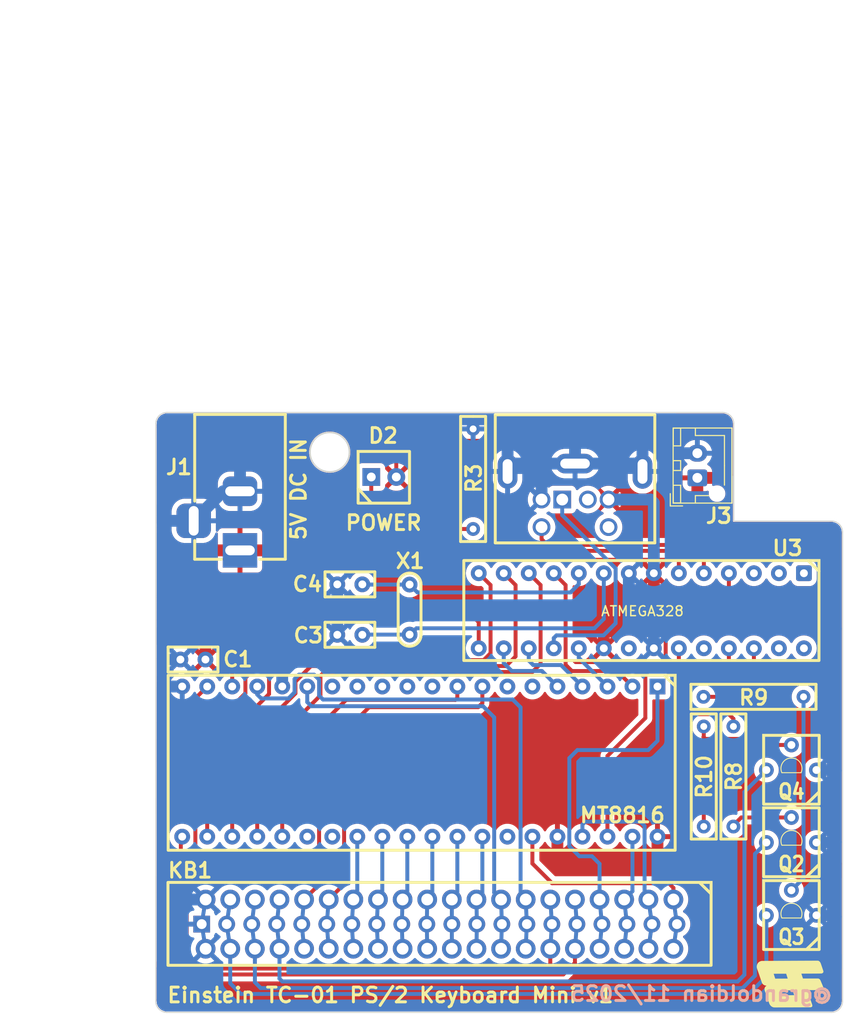
<source format=kicad_pcb>
(kicad_pcb (version 20241229) (generator "pcbnew") (generator_version "9.0")
  (layers (0 "F.Cu" signal) (2 "B.Cu" signal) (13 "F.Paste" user) (15 "B.Paste" user) (5 "F.SilkS" user "F.Silkscreen") (7 "B.SilkS" user "B.Silkscreen") (1 "F.Mask" user) (3 "B.Mask" user) (25 "Edge.Cuts" user))
  (net 0 "")
  (net 1 "GND")
  (net 2 "+5V")
  (net 3 "Net-(D2-K)")
  (net 4 "PS2-DATA")
  (net 6 "PS2-CLK")
  (net 8 "~{CTRL}")
  (net 9 "Y0")
  (net 10 "Y1")
  (net 11 "Y2")
  (net 12 "Y3")
  (net 13 "Y4")
  (net 14 "Y5")
  (net 15 "~{SHIFT}")
  (net 16 "Net-(U3-PB6)")
  (net 17 "Net-(U3-PB7)")
  (net 18 "X0")
  (net 19 "X1")
  (net 20 "X2")
  (net 21 "X3")
  (net 22 "X4")
  (net 23 "X5")
  (net 24 "X6")
  (net 25 "X7")
  (net 26 "Y7")
  (net 27 "~{GRPH}")
  (net 30 "Y6")
  (net 31 "AY2")
  (net 32 "MTDATA")
  (net 33 "AX3")
  (net 34 "AX0")
  (net 35 "GRPH")
  (net 36 "SHIFT")
  (net 37 "CTRL")
  (net 39 "AX1")
  (net 40 "AX2")
  (net 41 "AY0")
  (net 42 "AY1")
  (net 43 "MTSTROBE")
  (net 45 "MTRESET")
  (net 53 "Net-(U3-AREF)")
  (net 58 "Net-(Q2-B)")
  (net 59 "Net-(Q3-B)")
  (net 60 "Net-(Q4-B)")
  (footprint "Einstein:BarrelJack_Horizontal" (layer "F.Cu") (at 175.52 91.16 -90)
    (property "Reference" "J1")
    (property "Value" "5V DC IN")
  )
  (footprint "Einstein:Resistor 10.16mm" (layer "F.Cu") (at 222.58 106.025)
    (property "Reference" "R9")
    (property "Value" "1K")
  )
  (footprint "Einstein:Transistor - Box 1 (Leg Rear)" (layer "F.Cu") (at 228.97 128.205)
    (property "Reference" "Q3")
    (property "Value" "BC517")
  )
  (footprint "Einstein:C_Disc_2.54mm" (layer "F.Cu") (at 187.94 99.73 180)
    (property "Reference" "C3")
    (property "Value" "20pF")
  )
  (footprint "Einstein:DIP-40_W15.24mm" (layer "F.Cu") (at 217.87 104.97 -90)
    (property "Reference" "U1" (hide yes))
    (property "Value" "MT8816")
  )
  (footprint "Einstein:Transistor - Box 1 (Leg Rear)" (layer "F.Cu") (at 228.97 120.815)
    (property "Reference" "Q2")
    (property "Value" "BC517")
  )
  (footprint "Einstein:LED_D3.0mm" (layer "F.Cu") (at 188.85 83.71)
    (property "Reference" "D2")
    (property "Value" "POWER")
  )
  (footprint "Einstein:Resistor 10.16mm" (layer "F.Cu") (at 199.19 88.99 90)
    (property "Reference" "R3")
    (property "Value" "1K")
  )
  (footprint "Einstein:Transistor - Box 1 (Leg Rear)" (layer "F.Cu") (at 228.97 113.455)
    (property "Reference" "Q4")
    (property "Value" "BC517")
  )
  (footprint "Einstein:C_Disc_2.54mm" (layer "F.Cu") (at 187.94 94.61 180)
    (property "Reference" "C4")
    (property "Value" "20pF")
  )
  (footprint "Einstein:Keyboard_Triple" (layer "F.Cu") (at 219.53 126.6 -90)
    (property "Reference" "KB1")
    (property "Value" "COMPUTER INTERFACE")
  )
  (footprint "Einstein:Resistor 10.16mm" (layer "F.Cu") (at 222.61 109.035 -90)
    (property "Reference" "R10")
    (property "Value" "1K")
  )
  (footprint "Arduino:Connector_Mini-DIN_Female_6Pin_2rows" (layer "F.Cu") (at 208.24 86 180)
    (property "Reference" "J2" (hide yes))
    (property "Value" "PS/2" (hide yes))
  )
  (footprint "Connector_JST:JST_XH_B2B-XH-AM_1x02_P2.50mm_Vertical" (layer "F.Cu") (at 221.96 83.8 90)
    (property "Reference" "J3")
    (property "Value" "5V DC IN" (hide yes))
  )
  (footprint "Einstein:DIP-28_W7.62mm" (layer "F.Cu") (at 232.78 93.48 -90)
    (property "Reference" "U3")
    (property "Value" "ATMEGA328")
  )
  (footprint "Einstein:C_Disc_2.54mm" (layer "F.Cu") (at 172.01 102.24 180)
    (property "Reference" "C1")
    (property "Value" "100nF")
  )
  (footprint "Einstein:BF8" (layer "F.Cu") (at 231.45 135.25)
    (property "Reference" "G1" (hide yes))
    (property "Value" "Board Folk Logo" (hide yes))
  )
  (footprint "Einstein:Crystal" (layer "F.Cu") (at 192.74 99.71 90)
    (property "Reference" "X1")
    (property "Value" "16MHz")
  )
  (footprint "Einstein:Resistor 10.16mm" (layer "F.Cu") (at 225.62 109.035 -90)
    (property "Reference" "R8")
    (property "Value" "1K")
  )
  (gr_line (start 225.66 88.18) (end 235.559985 88.18) (stroke (width 0.1)) (layer "Edge.Cuts"))
  (gr_circle (center 184.63 81.19) (end 186.63 81.19) (stroke (width 0.15)) (fill no) (layer "Edge.Cuts"))
  (gr_line (start 235.57 138.06) (end 168.1 138.06) (stroke (width 0.1)) (layer "Edge.Cuts"))
  (gr_arc (start 166.966089 78.300044) (mid 167.3 77.493911) (end 168.106133 77.16) (stroke (width 0.1)) (layer "Edge.Cuts"))
  (gr_arc (start 168.100044 138.060044) (mid 167.293911 137.726133) (end 166.96 136.92) (stroke (width 0.1)) (layer "Edge.Cuts"))
  (gr_line (start 236.71 89.32) (end 236.71 136.92) (stroke (width 0.1)) (layer "Edge.Cuts"))
  (gr_line (start 168.106133 77.16) (end 224.52 77.16) (stroke (width 0.1)) (layer "Edge.Cuts"))
  (gr_arc (start 235.569956 88.179956) (mid 236.376089 88.513867) (end 236.71 89.32) (stroke (width 0.1)) (layer "Edge.Cuts"))
  (gr_line (start 225.66 78.300044) (end 225.66 88.18) (stroke (width 0.1)) (layer "Edge.Cuts"))
  (gr_arc (start 224.52 77.16) (mid 225.326133 77.493911) (end 225.660044 78.300044) (stroke (width 0.1)) (layer "Edge.Cuts"))
  (gr_arc (start 236.71 136.919956) (mid 236.376089 137.726089) (end 235.569956 138.06) (stroke (width 0.1)) (layer "Edge.Cuts"))
  (gr_line (start 166.96 136.92) (end 166.966089 78.300075) (stroke (width 0.1)) (layer "Edge.Cuts"))
  (gr_text "Einstein TC-01 PS/2 Keyboard Mini v1" (at 167.98 137.19 0) (layer "F.SilkS") (effects (font (size 1.5 1.5) (thickness 0.3) (bold yes)) (justify left bottom)))
  (gr_text "@grandoldian 11/2025" (at 235.81 137.05 0) (layer "B.SilkS") (effects (font (size 1.5 1.5) (thickness 0.3) (bold yes)) (justify left bottom mirror)))
  (segment (start 179.81 104.98) (end 179.81 96.6) (width 1.2) (layer "B.Cu") (net 1))
  (segment (start 219.65 88.36) (end 219.65 81.37) (width 1.2) (layer "B.Cu") (net 1))
  (segment (start 235.810523 88.960012) (end 235.640318 88.889517) (width 1.2) (layer "B.Cu") (net 1))
  (segment (start 236.009 99.1) (end 236.009 89.454682) (width 1.2) (layer "B.Cu") (net 1))
  (segment (start 167.668655 100.729886) (end 167.668534 100.729765) (width 1.2) (layer "B.Cu") (net 1))
  (segment (start 203.49 82.35) (end 202.69 83.15) (width 1.2) (layer "B.Cu") (net 1))
  (segment (start 235.96 99.149) (end 236.009 99.1) (width 1.2) (layer "B.Cu") (net 1))
  (segment (start 236.000453 89.249598) (end 235.929979 89.079464) (width 1.2) (layer "B.Cu") (net 1))
  (segment (start 202.76 77.861) (end 179.72 77.861) (width 1.2) (layer "B.Cu") (net 1))
  (segment (start 185.4 97.15) (end 167.728409 97.15) (width 1.2) (layer "B.Cu") (net 1))
  (segment (start 167.668409 97.21) (end 167.668754 102.14) (width 1.2) (layer "B.Cu") (net 1))
  (segment (start 215.59 82.35) (end 216.39 83.15) (width 1.2) (layer "B.Cu") (net 1))
  (segment (start 167.667793 88.38) (end 167.668551 88.380758) (width 1.2) (layer "B.Cu") (net 1))
  (segment (start 167.670946 133.547468) (end 167.661014 133.5574) (width 1.2) (layer "B.Cu") (net 1))
  (segment (start 206.14 86) (end 206.14 82.45) (width 1.2) (layer "B.Cu") (net 1))
  (segment (start 217.54 99.04) (end 217.54 101.1) (width 1.2) (layer "B.Cu") (net 1))
  (segment (start 179.81 77.951) (end 179.72 77.861) (width 1.2) (layer "B.Cu") (net 1))
  (segment (start 209.54 82.35) (end 209.54 77.881) (width 1.2) (layer "B.Cu") (net 1))
  (segment (start 167.661014 136.787193) (end 167.66952 136.990336) (width 1.2) (layer "B.Cu") (net 1))
  (segment (start 219.65 81.37) (end 219.65 77.861) (width 1.2) (layer "B.Cu") (net 1))
  (segment (start 167.670457 126.54) (end 167.670946 133.547468) (width 1.2) (layer "B.Cu") (net 1))
  (segment (start 167.668534 100.729765) (end 167.668534 98.999953) (width 1.2) (layer "B.Cu") (net 1))
  (segment (start 167.661014 133.5574) (end 167.661014 136.787193) (width 1.2) (layer "B.Cu") (net 1))
  (segment (start 167.667667 86.57) (end 167.667793 88.38) (width 1.2) (layer "B.Cu") (net 1))
  (segment (start 221.96 81.3) (end 219.72 81.3) (width 1.2) (layer "B.Cu") (net 1))
  (segment (start 236.009 89.454682) (end 236.000453 89.249598) (width 1.2) (layer "B.Cu") (net 1))
  (segment (start 209.56 77.861) (end 202.76 77.861) (width 1.2) (layer "B.Cu") (net 1))
  (segment (start 236.009 120.78) (end 236.009 113.53) (width 1.2) (layer "B.Cu") (net 1))
  (segment (start 167.768754 102.24) (end 167.668754 102.14) (width 1.2) (layer "B.Cu") (net 1))
  (segment (start 234.05 128.205) (end 235.874 128.205) (width 1.2) (layer "B.Cu") (net 1))
  (segment (start 215.69 97.11) (end 217.03 97.11) (width 1.2) (layer "B.Cu") (net 1))
  (segment (start 236.009 133.546717) (end 236.009 128.34) (width 1.2) (layer "B.Cu") (net 1))
  (segment (start 168.240503 77.861) (end 168.035769 77.869557) (width 1.2) (layer "B.Cu") (net 1))
  (segment (start 236.000439 136.99031) (end 236.009 136.785689) (width 1.2) (layer "B.Cu") (net 1))
  (segment (start 168.035769 77.869557) (end 167.865587 77.940046) (width 1.2) (layer "B.Cu") (net 1))
  (segment (start 185.4 97.15) (end 185.4 99.73) (width 1.2) (layer "B.Cu") (net 1))
  (segment (start 215 93.48) (end 215 96.42) (width 1.2) (layer "B.Cu") (net 1))
  (segment (start 235.934 113.455) (end 236.009 113.53) (width 1.2) (layer "B.Cu") (net 1))
  (segment (start 167.67565 78.229686) (end 167.667099 78.434107) (width 1.2) (layer "B.Cu") (net 1))
  (segment (start 236.009 128.34) (end 236.009 120.78) (width 1.2) (layer "B.Cu") (net 1))
  (segment (start 167.730457 126.6) (end 172.03 126.6) (width 1.2) (layer "B.Cu") (net 1))
  (segment (start 217.03 97.11) (end 217.54 97.62) (width 1.2) (layer "B.Cu") (net 1))
  (segment (start 235.874 128.205) (end 236.009 128.34) (width 1.2) (layer "B.Cu") (net 1))
  (segment (start 167.865587 77.940046) (end 167.746142 78.059493) (width 1.2) (layer "B.Cu") (net 1))
  (segment (start 215 96.42) (end 215.69 97.11) (width 1.2) (layer "B.Cu") (net 1))
  (segment (start 179.81 96.6) (end 179.81 77.951) (width 1.2) (layer "B.Cu") (net 1))
  (segment (start 235.810505 137.279945) (end 235.929945 137.160505) (width 1.2) (layer "B.Cu") (net 1))
  (segment (start 206.04 82.35) (end 203.49 82.35) (width 1.2) (layer "B.Cu") (net 1))
  (segment (start 167.668754 102.14) (end 167.669485 112.609144) (width 1.2) (layer "B.Cu") (net 1))
  (segment (start 167.738847 104.98) (end 167.668957 105.04989) (width 1.2) (layer "B.Cu") (net 1))
  (segment (start 235.929945 137.160505) (end 236.000439 136.99031) (width 1.2) (layer "B.Cu") (net 1))
  (segment (start 217.54 99.04) (end 217.649 99.149) (width 1.2) (layer "B.Cu") (net 1))
  (segment (start 216.38 77.861) (end 209.56 77.861) (width 1.2) (layer "B.Cu") (net 1))
  (segment (start 169.65 104.98) (end 167.738847 104.98) (width 1.2) (layer "B.Cu") (net 1))
  (segment (start 235.974 120.815) (end 236.009 120.78) (width 1.2) (layer "B.Cu") (net 1))
  (segment (start 235.929979 89.079464) (end 235.810523 88.960012) (width 1.2) (layer "B.Cu") (net 1))
  (segment (start 234.05 113.455) (end 235.934 113.455) (width 1.2) (layer "B.Cu") (net 1))
  (segment (start 219.65 77.861) (end 216.38 77.861) (width 1.2) (layer "B.Cu") (net 1))
  (segment (start 219.72 81.3) (end 219.65 81.37) (width 1.2) (layer "B.Cu") (net 1))
  (segment (start 167.668551 96.459806) (end 167.668357 96.46) (width 1.2) (layer "B.Cu") (net 1))
  (segment (start 175.52 85.16) (end 173.82 85.16) (width 1.2) (layer "B.Cu") (net 1))
  (segment (start 167.859477 137.279988) (end 168.029682 137.350483) (width 1.2) (layer "B.Cu") (net 1))
  (segment (start 185.4 94.61) (end 185.4 97.15) (width 1.2) (layer "B.Cu") (net 1))
  (segment (start 217.54 97.62) (end 217.54 99.04) (width 1.2) (layer "B.Cu") (net 1))
  (segment (start 168.233283 137.359) (end 235.434135 137.359) (width 1.2) (layer "B.Cu") (net 1))
  (segment (start 171.63 129.1) (end 172.03 126.6) (width 0.4) (layer "B.Cu") (net 1))
  (segment (start 175.52 78.011) (end 175.37 77.861) (width 1.2) (layer "B.Cu") (net 1))
  (segment (start 235.640376 137.350412) (end 235.810505 137.279945) (width 1.2) (layer "B.Cu") (net 1))
  (segment (start 216.39 83.15) (end 216.39 77.871) (width 1.2) (layer "B.Cu") (net 1))
  (segment (start 209.54 82.35) (end 215.59 82.35) (width 1.2) (layer "B.Cu") (net 1))
  (segment (start 172.03 131.6) (end 171.63 129.1) (width 0.4) (layer "B.Cu") (net 1))
  (segment (start 236.009 136.785689) (end 236.009 132.24) (width 1.2) (layer "B.Cu") (net 1))
  (segment (start 206.14 82.45) (end 206.04 82.35) (width 1.2) (layer "B.Cu") (net 1))
  (segment (start 217.649 99.149) (end 235.96 99.149) (width 1.2) (layer "B.Cu") (net 1))
  (segment (start 202.69 77.931) (end 202.76 77.861) (width 1.2) (layer "B.Cu") (net 1))
  (segment (start 202.69 83.15) (end 202.69 77.931) (width 1.2) (layer "B.Cu") (net 1))
  (segment (start 167.740021 137.160536) (end 167.859477 137.279988) (width 1.2) (layer "B.Cu") (net 1))
  (segment (start 209.54 82.35) (end 206.04 82.35) (width 1.2) (layer "B.Cu") (net 1))
  (segment (start 216.39 77.871) (end 216.38 77.861) (width 1.2) (layer "B.Cu") (net 1))
  (segment (start 167.668957 105.04989) (end 167.670457 126.54) (width 1.2) (layer "B.Cu") (net 1))
  (segment (start 170.82 88.16) (end 167.887793 88.16) (width 1.2) (layer "B.Cu") (net 1))
  (segment (start 235.640318 88.889517) (end 220.179517 88.889517) (width 1.2) (layer "B.Cu") (net 1))
  (segment (start 173.82 85.16) (end 170.82 88.16) (width 1.2) (layer "B.Cu") (net 1))
  (segment (start 167.66952 136.990336) (end 167.740021 137.160536) (width 1.2) (layer "B.Cu") (net 1))
  (segment (start 209.54 77.881) (end 209.56 77.861) (width 1.2) (layer "B.Cu") (net 1))
  (segment (start 175.37 77.861) (end 168.240503 77.861) (width 1.2) (layer "B.Cu") (net 1))
  (segment (start 235.434135 137.359) (end 235.640376 137.350412) (width 1.2) (layer "B.Cu") (net 1))
  (segment (start 179.72 77.861) (end 175.37 77.861) (width 1.2) (layer "B.Cu") (net 1))
  (segment (start 169.47 102.24) (end 167.768754 102.24) (width 1.2) (layer "B.Cu") (net 1))
  (segment (start 220.179517 88.889517) (end 219.65 88.36) (width 1.2) (layer "B.Cu") (net 1))
  (segment (start 167.746142 78.059493) (end 167.67565 78.229686) (width 1.2) (layer "B.Cu") (net 1))
  (segment (start 236.009 113.53) (end 236.009 99.1) (width 1.2) (layer "B.Cu") (net 1))
  (segment (start 167.667667 86.57) (end 167.668655 100.729886) (width 1.2) (layer "B.Cu") (net 1))
  (segment (start 167.670457 126.54) (end 167.730457 126.6) (width 1.2) (layer "B.Cu") (net 1))
  (segment (start 167.887793 88.16) (end 167.667793 88.38) (width 1.2) (layer "B.Cu") (net 1))
  (segment (start 168.029682 137.350483) (end 168.233283 137.359) (width 1.2) (layer "B.Cu") (net 1))
  (segment (start 175.52 85.16) (end 175.52 78.011) (width 1.2) (layer "B.Cu") (net 1))
  (segment (start 234.05 120.815) (end 235.974 120.815) (width 1.2) (layer "B.Cu") (net 1))
  (segment (start 167.667099 78.434107) (end 167.667667 86.57) (width 1.2) (layer "B.Cu") (net 1))
  (segment (start 167.66952 136.990336) (end 167.661014 136.787194) (width 1.2) (layer "F.Cu") (net 2))
  (segment (start 221.96 83.8) (end 221.96 85.91) (width 1.2) (layer "F.Cu") (net 2))
  (segment (start 224.590326 77.869564) (end 224.760514 77.940059) (width 1.2) (layer "F.Cu") (net 2))
  (segment (start 213.42 97.28) (end 216.9 97.28) (width 1.2) (layer "F.Cu") (net 2))
  (segment (start 167.740021 137.160536) (end 167.66952 136.990336) (width 1.2) (layer "F.Cu") (net 2))
  (segment (start 224.649 83.8) (end 221.96 83.8) (width 1.2) (layer "F.Cu") (net 2))
  (segment (start 212.46 101.1) (end 212.46 98.24) (width 1.2) (layer "F.Cu") (net 2))
  (segment (start 179.87 77.861) (end 191.4 77.861) (width 1.2) (layer "F.Cu") (net 2))
  (segment (start 168.233283 137.359) (end 168.029682 137.350483) (width 1.2) (layer "F.Cu") (net 2))
  (segment (start 167.699371 91.16) (end 167.669371 91.13) (width 1.2) (layer "F.Cu") (net 2))
  (segment (start 221.96 85.91) (end 221.96 88.18) (width 1.2) (layer "F.Cu") (net 2))
  (segment (start 201.79 78.31) (end 202.239 77.861) (width 1.2) (layer "F.Cu") (net 2))
  (segment (start 179.87 89.32) (end 179.87 77.861) (width 1.2) (layer "F.Cu") (net 2))
  (segment (start 236.009 89.454682) (end 236.009 124.35) (width 1.2) (layer "F.Cu") (net 2))
  (segment (start 202.239 77.861) (end 224.385804 77.861) (width 1.2) (layer "F.Cu") (net 2))
  (segment (start 201.07 80.44) (end 201.79 79.72) (width 1.2) (layer "F.Cu") (net 2))
  (segment (start 224.959 83.49) (end 224.649 83.8) (width 1.2) (layer "F.Cu") (net 2))
  (segment (start 167.670946 133.547468) (end 167.669371 110.98159) (width 1.2) (layer "F.Cu") (net 2))
  (segment (start 207.75 122.22) (end 208.49 122.96) (width 1.2) (layer "F.Cu") (net 2))
  (segment (start 217.54 96.64) (end 217.54 93.48) (width 1.2) (layer "F.Cu") (net 2))
  (segment (start 224.760514 77.940059) (end 224.879951 78.059501) (width 1.2) (layer "F.Cu") (net 2))
  (segment (start 212.46 98.24) (end 213.42 97.28) (width 1.2) (layer "F.Cu") (net 2))
  (segment (start 221.96 85.91) (end 221.38 85.91) (width 1.2) (layer "F.Cu") (net 2))
  (segment (start 172.01 102.24) (end 172.01 100.64) (width 1.2) (layer "F.Cu") (net 2))
  (segment (start 174.841443 77.869557) (end 174.85 77.861) (width 1.2) (layer "F.Cu") (net 2))
  (segment (start 167.746142 78.059493) (end 167.865587 77.940046) (width 1.2) (layer "F.Cu") (net 2))
  (segment (start 235.929979 89.079464) (end 236.000453 89.249598) (width 1.2) (layer "F.Cu") (net 2))
  (segment (start 191.4 77.861) (end 195.731 77.861) (width 1.2) (layer "F.Cu") (net 2))
  (segment (start 196.43 80.11) (end 196.76 80.44) (width 1.2) (layer "F.Cu") (net 2))
  (segment (start 224.385804 77.861) (end 224.590326 77.869564) (width 1.2) (layer "F.Cu") (net 2))
  (segment (start 236.000439 136.99031) (end 235.929945 137.160505) (width 1.2) (layer "F.Cu") (net 2))
  (segment (start 191.39 77.871) (end 191.4 77.861) (width 0.4) (layer "F.Cu") (net 2))
  (segment (start 175.52 91.16) (end 167.699371 91.16) (width 1.2) (layer "F.Cu") (net 2))
  (segment (start 167.67565 78.229686) (end 167.746142 78.059493) (width 1.2) (layer "F.Cu") (net 2))
  (segment (start 235.929945 137.160505) (end 235.810505 137.279945) (width 1.2) (layer "F.Cu") (net 2))
  (segment (start 195.731 77.861) (end 196.43 78.56) (width 1.2) (layer "F.Cu") (net 2))
  (segment (start 224.879951 78.059501) (end 224.950467 78.229756) (width 1.2) (layer "F.Cu") (net 2))
  (segment (start 196.76 80.44) (end 201.07 80.44) (width 1.2) (layer "F.Cu") (net 2))
  (segment (start 236.009 136.785684) (end 236.000439 136.99031) (width 1.2) (layer "F.Cu") (net 2))
  (segment (start 221.29 86) (end 212.94 86) (width 1.2) (layer "F.Cu") (net 2))
  (segment (start 168.035769 77.869557) (end 174.841443 77.869557) (width 1.2) (layer "F.Cu") (net 2))
  (segment (start 235.640376 137.350412) (end 235.434135 137.359) (width 1.2) (layer "F.Cu") (net 2))
  (segment (start 207.75 120.22) (end 207.75 122.22) (width 1.2) (layer "F.Cu") (net 2))
  (segment (start 167.865587 77.940046) (end 168.035769 77.869557) (width 1.2) (layer "F.Cu") (net 2))
  (segment (start 167.859477 137.279988) (end 167.740021 137.160536) (width 1.2) (layer "F.Cu") (net 2))
  (segment (start 235.436717 88.881) (end 235.640318 88.889517) (width 1.2) (layer "F.Cu") (net 2))
  (segment (start 167.669371 99.99) (end 167.669371 91.13) (width 1.2) (layer "F.Cu") (net 2))
  (segment (start 174.85 77.861) (end 179.87 77.861) (width 1.2) (layer "F.Cu") (net 2))
  (segment (start 172.01 100.64) (end 171.36 99.99) (width 1.2) (layer "F.Cu") (net 2))
  (segment (start 224.959 78.432777) (end 224.959 83.49) (width 1.2) (layer "F.Cu") (net 2))
  (segment (start 208.49 122.96) (end 217.91 122.96) (width 1.2) (layer "F.Cu") (net 2))
  (segment (start 167.669371 91.13) (end 167.669371 78.722239) (width 1.2) (layer "F.Cu") (net 2))
  (segment (start 167.669371 110.98159) (end 167.669371 99.99) (width 1.2) (layer "F.Cu") (net 2))
  (segment (start 191.39 83.71) (end 191.39 77.871) (width 0.4) (layer "F.Cu") (net 2))
  (segment (start 196.43 78.56) (end 196.43 80.11) (width 1.2) (layer "F.Cu") (net 2))
  (segment (start 217.91 120.22) (end 217.91 122.96) (width 1.2) (layer "F.Cu") (net 2))
  (segment (start 217.91 122.96) (end 236.009 122.96) (width 1.2) (layer "F.Cu") (net 2))
  (segment (start 168.029682 137.350483) (end 167.859477 137.279988) (width 1.2) (layer "F.Cu") (net 2))
  (segment (start 221.96 88.18) (end 222.661 88.881) (width 1.2) (layer "F.Cu") (net 2))
  (segment (start 175.52 91.16) (end 178.03 91.16) (width 1.2) (layer "F.Cu") (net 2))
  (segment (start 236.000453 89.249598) (end 236.009 89.454682) (width 1.2) (layer "F.Cu") (net 2))
  (segment (start 222.661 88.881) (end 235.436717 88.881) (width 1.2) (layer "F.Cu") (net 2))
  (segment (start 167.667118 78.719986) (end 167.667098 78.434116) (width 1.2) (layer "F.Cu") (net 2))
  (segment (start 216.9 97.28) (end 217.54 96.64) (width 1.2) (layer "F.Cu") (net 2))
  (segment (start 236.009 122.96) (end 236.009 136.785684) (width 1.2) (layer "F.Cu") (net 2))
  (segment (start 221.38 85.91) (end 221.29 86) (width 1.2) (layer "F.Cu") (net 2))
  (segment (start 235.640318 88.889517) (end 235.810523 88.960012) (width 1.2) (layer "F.Cu") (net 2))
  (segment (start 224.950467 78.229756) (end 224.959 78.432777) (width 1.2) (layer "F.Cu") (net 2))
  (segment (start 171.36 99.99) (end 167.669371 99.99) (width 1.2) (layer "F.Cu") (net 2))
  (segment (start 167.669371 78.722239) (end 167.667118 78.719986) (width 1.2) (layer "F.Cu") (net 2))
  (segment (start 235.434135 137.359) (end 168.233283 137.359) (width 1.2) (layer "F.Cu") (net 2))
  (segment (start 178.03 91.16) (end 179.87 89.32) (width 1.2) (layer "F.Cu") (net 2))
  (segment (start 235.810505 137.279945) (end 235.640376 137.350412) (width 1.2) (layer "F.Cu") (net 2))
  (segment (start 201.79 79.72) (end 201.79 78.31) (width 1.2) (layer "F.Cu") (net 2))
  (segment (start 167.667098 78.434116) (end 167.67565 78.229686) (width 1.2) (layer "F.Cu") (net 2))
  (segment (start 235.810523 88.960012) (end 235.929979 89.079464) (width 1.2) (layer "F.Cu") (net 2))
  (segment (start 167.661014 136.787194) (end 167.661411 132.960205) (width 1.2) (layer "F.Cu") (net 2))
  (segment (start 217.54 93.48) (end 217.54 86.33) (width 1.2) (layer "B.Cu") (net 2))
  (segment (start 217.54 86.33) (end 217.21 86) (width 1.2) (layer "B.Cu") (net 2))
  (segment (start 217.21 86) (end 212.94 86) (width 1.2) (layer "B.Cu") (net 2))
  (segment (start 190.05 88.99) (end 199.19 88.99) (width 0.4) (layer "F.Cu") (net 3))
  (segment (start 188.85 83.71) (end 188.85 87.79) (width 0.4) (layer "F.Cu") (net 3))
  (segment (start 188.85 87.79) (end 190.05 88.99) (width 0.4) (layer "F.Cu") (net 3))
  (segment (start 209.928471 89.25) (end 213.661 92.982529) (width 0.4) (layer "B.Cu") (net 4))
  (segment (start 207.38 100.06) (end 207.38 101.1) (width 0.4) (layer "B.Cu") (net 4))
  (segment (start 208.24 86) (end 208.581 86.341) (width 0.4) (layer "B.Cu") (net 4))
  (segment (start 209.91 89.25) (end 209.928471 89.25) (width 0.4) (layer "B.Cu") (net 4))
  (segment (start 213.661 98.559) (end 212.43 99.79) (width 0.4) (layer "B.Cu") (net 4))
  (segment (start 208.24 86) (end 208.24 87.58) (width 0.4) (layer "B.Cu") (net 4))
  (segment (start 208.24 87.58) (end 209.91 89.25) (width 0.4) (layer "B.Cu") (net 4))
  (segment (start 207.65 99.79) (end 207.38 100.06) (width 0.4) (layer "B.Cu") (net 4))
  (segment (start 213.661 92.982529) (end 213.661 98.559) (width 0.4) (layer "B.Cu") (net 4))
  (segment (start 212.43 99.79) (end 207.65 99.79) (width 0.4) (layer "B.Cu") (net 4))
  (segment (start 206.14 90.02) (end 206.729 90.609) (width 0.4) (layer "F.Cu") (net 6))
  (segment (start 206.14 88.8) (end 206.14 90.02) (width 0.4) (layer "F.Cu") (net 6))
  (segment (start 221.109 90.609) (end 222.62 92.12) (width 0.4) (layer "F.Cu") (net 6))
  (segment (start 222.62 92.12) (end 222.62 93.48) (width 0.4) (layer "F.Cu") (net 6))
  (segment (start 206.729 90.609) (end 221.109 90.609) (width 0.4) (layer "F.Cu") (net 6))
  (segment (start 174.17 129.1) (end 174.53 131.6) (width 0.4) (layer "B.Cu") (net 8))
  (segment (start 174.53 126.6) (end 174.17 129.1) (width 0.4) (layer "B.Cu") (net 8))
  (segment (start 174.53 135.11) (end 175.611 136.191) (width 0.4) (layer "B.Cu") (net 8))
  (segment (start 175.611 136.191) (end 227.199 136.191) (width 0.4) (layer "B.Cu") (net 8))
  (segment (start 227.199 136.191) (end 228.97 134.42) (width 0.4) (layer "B.Cu") (net 8))
  (segment (start 228.97 134.42) (end 228.97 128.205) (width 0.4) (layer "B.Cu") (net 8))
  (segment (start 174.53 131.6) (end 174.53 135.11) (width 0.4) (layer "B.Cu") (net 8))
  (segment (start 205.21 120.22) (end 205.21 122.95) (width 0.4) (layer "F.Cu") (net 9))
  (segment (start 219.53 125.42) (end 219.53 126.6) (width 0.4) (layer "F.Cu") (net 9))
  (segment (start 207.21 124.95) (end 219.06 124.95) (width 0.4) (layer "F.Cu") (net 9))
  (segment (start 205.21 122.95) (end 207.21 124.95) (width 0.4) (layer "F.Cu") (net 9))
  (segment (start 219.06 124.95) (end 219.53 125.42) (width 0.4) (layer "F.Cu") (net 9))
  (segment (start 219.53 126.6) (end 219.89 129.1) (width 0.4) (layer "B.Cu") (net 9))
  (segment (start 219.89 129.1) (end 219.53 131.6) (width 0.4) (layer "B.Cu") (net 9))
  (segment (start 216.17 118.7) (end 210.57 118.7) (width 0.4) (layer "B.Cu") (net 10))
  (segment (start 210.57 118.71) (end 210.29 118.99) (width 0.4) (layer "B.Cu") (net 10))
  (segment (start 210.57 118.7) (end 210.57 118.71) (width 0.4) (layer "B.Cu") (net 10))
  (segment (start 217.35 129.1) (end 216.99 126.6) (width 0.4) (layer "B.Cu") (net 10))
  (segment (start 216.6 119.13) (end 216.17 118.7) (width 0.4) (layer "B.Cu") (net 10))
  (segment (start 216.99 126.6) (end 216.6 126.21) (width 0.4) (layer "B.Cu") (net 10))
  (segment (start 210.29 118.99) (end 210.29 120.22) (width 0.4) (layer "B.Cu") (net 10))
  (segment (start 216.6 126.21) (end 216.6 119.13) (width 0.4) (layer "B.Cu") (net 10))
  (segment (start 217.35 129.1) (end 216.99 131.6) (width 0.4) (layer "B.Cu") (net 10))
  (segment (start 215.37 125.76) (end 214.53 126.6) (width 0.4) (layer "B.Cu") (net 11))
  (segment (start 214.81 129.1) (end 214.53 131.6) (width 0.4) (layer "B.Cu") (net 11))
  (segment (start 215.37 120.22) (end 215.37 125.76) (width 0.4) (layer "B.Cu") (net 11))
  (segment (start 214.53 126.6) (end 214.81 129.1) (width 0.4) (layer "B.Cu") (net 11))
  (segment (start 208.96 121.19) (end 208.96 112.25) (width 0.4) (layer "B.Cu") (net 12))
  (segment (start 208.96 112.25) (end 209.78 111.43) (width 0.4) (layer "B.Cu") (net 12))
  (segment (start 209.98 122.21) (end 208.96 121.19) (width 0.4) (layer "B.Cu") (net 12))
  (segment (start 211.26 122.21) (end 209.98 122.21) (width 0.4) (layer "B.Cu") (net 12))
  (segment (start 216.97 111.43) (end 217.91 110.49) (width 0.4) (layer "B.Cu") (net 12))
  (segment (start 212.03 122.98) (end 211.26 122.21) (width 0.4) (layer "B.Cu") (net 12))
  (segment (start 212.03 126.6) (end 212.03 122.98) (width 0.4) (layer "B.Cu") (net 12))
  (segment (start 212.27 129.1) (end 212.03 131.6) (width 0.4) (layer "B.Cu") (net 12))
  (segment (start 217.91 110.49) (end 217.91 104.98) (width 0.4) (layer "B.Cu") (net 12))
  (segment (start 212.03 126.6) (end 212.27 129.1) (width 0.4) (layer "B.Cu") (net 12))
  (segment (start 209.78 111.43) (end 216.97 111.43) (width 0.4) (layer "B.Cu") (net 12))
  (segment (start 169.509 120.361) (end 169.509 133.048942) (width 0.4) (layer "F.Cu") (net 13))
  (segment (start 208.349 134.211) (end 209.53 133.03) (width 0.4) (layer "F.Cu") (net 13))
  (segment (start 209.53 133.03) (end 209.53 131.6) (width 0.4) (layer "F.Cu") (net 13))
  (segment (start 169.65 120.22) (end 169.509 120.361) (width 0.4) (layer "F.Cu") (net 13))
  (segment (start 170.671058 134.211) (end 208.349 134.211) (width 0.4) (layer "F.Cu") (net 13))
  (segment (start 169.509 133.048942) (end 170.671058 134.211) (width 0.4) (layer "F.Cu") (net 13))
  (segment (start 209.53 131.6) (end 209.73 129.1) (width 0.4) (layer "B.Cu") (net 13))
  (segment (start 209.53 126.6) (end 209.73 129.1) (width 0.4) (layer "B.Cu") (net 13))
  (segment (start 207.03 133.14) (end 207.03 131.6) (width 0.4) (layer "F.Cu") (net 14))
  (segment (start 172.19 104.98) (end 170.989 106.181) (width 0.4) (layer "F.Cu") (net 14))
  (segment (start 170.989 106.181) (end 170.989 124.781) (width 0.4) (layer "F.Cu") (net 14))
  (segment (start 170.11 125.66) (end 170.11 132.8) (width 0.4) (layer "F.Cu") (net 14))
  (segment (start 170.989 124.781) (end 170.11 125.66) (width 0.4) (layer "F.Cu") (net 14))
  (segment (start 170.11 132.8) (end 170.92 133.61) (width 0.4) (layer "F.Cu") (net 14))
  (segment (start 206.56 133.61) (end 207.03 133.14) (width 0.4) (layer "F.Cu") (net 14))
  (segment (start 170.92 133.61) (end 206.56 133.61) (width 0.4) (layer "F.Cu") (net 14))
  (segment (start 207.19 129.1) (end 207.03 126.6) (width 0.4) (layer "B.Cu") (net 14))
  (segment (start 207.03 131.6) (end 207.19 129.1) (width 0.4) (layer "B.Cu") (net 14))
  (segment (start 177.62 135.59) (end 226.55 135.59) (width 0.4) (layer "B.Cu") (net 15))
  (segment (start 226.55 135.59) (end 227.81 134.33) (width 0.4) (layer "B.Cu") (net 15))
  (segment (start 227.81 121.975) (end 228.97 120.815) (width 0.4) (layer "B.Cu") (net 15))
  (segment (start 177.03 131.6) (end 177.03 135) (width 0.4) (layer "B.Cu") (net 15))
  (segment (start 227.81 134.33) (end 227.81 121.975) (width 0.4) (layer "B.Cu") (net 15))
  (segment (start 177.03 131.6) (end 176.71 129.1) (width 0.4) (layer "B.Cu") (net 15))
  (segment (start 177.03 135) (end 177.62 135.59) (width 0.4) (layer "B.Cu") (net 15))
  (segment (start 176.71 129.1) (end 177.03 126.6) (width 0.4) (layer "B.Cu") (net 15))
  (segment (start 192.74 99.71) (end 187.96 99.71) (width 0.4) (layer "B.Cu") (net 16))
  (segment (start 212.46 98.12) (end 211.51 99.07) (width 0.4) (layer "B.Cu") (net 16))
  (segment (start 187.96 99.71) (end 187.94 99.73) (width 0.4) (layer "B.Cu") (net 16))
  (segment (start 211.51 99.07) (end 193.43 99.07) (width 0.4) (layer "B.Cu") (net 16))
  (segment (start 212.46 93.48) (end 212.46 98.12) (width 0.4) (layer "B.Cu") (net 16))
  (segment (start 193.43 99.07) (end 192.79 99.71) (width 0.4) (layer "B.Cu") (net 16))
  (segment (start 192.79 99.71) (end 192.74 99.71) (width 0.4) (layer "B.Cu") (net 16))
  (segment (start 209.92 94.59) (end 209.080001 95.429999) (width 0.4) (layer "B.Cu") (net 17))
  (segment (start 193.539999 95.429999) (end 192.74 94.63) (width 0.4) (layer "B.Cu") (net 17))
  (segment (start 192.74 94.63) (end 187.96 94.63) (width 0.4) (layer "B.Cu") (net 17))
  (segment (start 209.080001 95.429999) (end 193.539999 95.429999) (width 0.4) (layer "B.Cu") (net 17))
  (segment (start 187.96 94.63) (end 187.94 94.61) (width 0.4) (layer "B.Cu") (net 17))
  (segment (start 209.92 93.48) (end 209.92 94.59) (width 0.4) (layer "B.Cu") (net 17))
  (segment (start 199.53 126.6) (end 199.57 129.1) (width 0.4) (layer "B.Cu") (net 18))
  (segment (start 200.13 126) (end 199.53 126.6) (width 0.4) (layer "B.Cu") (net 18))
  (segment (start 199.57 129.1) (end 199.53 131.6) (width 0.4) (layer "B.Cu") (net 18))
  (segment (start 200.13 120.22) (end 200.13 126) (width 0.4) (layer "B.Cu") (net 18))
  (segment (start 197.59 126.04) (end 197.03 126.6) (width 0.4) (layer "B.Cu") (net 19))
  (segment (start 197.03 126.6) (end 197.03 129.1) (width 0.4) (layer "B.Cu") (net 19))
  (segment (start 197.59 120.22) (end 197.59 126.04) (width 0.4) (layer "B.Cu") (net 19))
  (segment (start 197.03 129.1) (end 197.03 131.6) (width 0.4) (layer "B.Cu") (net 19))
  (segment (start 194.53 126.6) (end 194.49 129.1) (width 0.4) (layer "B.Cu") (net 20))
  (segment (start 195.05 120.22) (end 195.05 126.08) (width 0.4) (layer "B.Cu") (net 20))
  (segment (start 194.49 129.1) (end 194.53 131.6) (width 0.4) (layer "B.Cu") (net 20))
  (segment (start 195.05 126.08) (end 194.53 126.6) (width 0.4) (layer "B.Cu") (net 20))
  (segment (start 192.03 126.6) (end 191.95 129.1) (width 0.4) (layer "B.Cu") (net 21))
  (segment (start 191.95 129.1) (end 192.03 131.6) (width 0.4) (layer "B.Cu") (net 21))
  (segment (start 192.51 120.22) (end 192.51 126.12) (width 0.4) (layer "B.Cu") (net 21))
  (segment (start 192.51 126.12) (end 192.03 126.6) (width 0.4) (layer "B.Cu") (net 21))
  (segment (start 189.97 120.22) (end 189.97 126.16) (width 0.4) (layer "B.Cu") (net 22))
  (segment (start 189.41 129.1) (end 189.53 131.6) (width 0.4) (layer "B.Cu") (net 22))
  (segment (start 189.97 126.16) (end 189.53 126.6) (width 0.4) (layer "B.Cu") (net 22))
  (segment (start 189.53 126.6) (end 189.41 129.1) (width 0.4) (layer "B.Cu") (net 22))
  (segment (start 187.43 126.2) (end 187.03 126.6) (width 0.4) (layer "B.Cu") (net 23))
  (segment (start 186.87 129.1) (end 187.03 131.6) (width 0.4) (layer "B.Cu") (net 23))
  (segment (start 187.43 120.22) (end 187.43 126.2) (width 0.4) (layer "B.Cu") (net 23))
  (segment (start 187.03 126.6) (end 186.87 129.1) (width 0.4) (layer "B.Cu") (net 23))
  (segment (start 186.091 125.039) (end 186.091 109.619) (width 0.4) (layer "F.Cu") (net 24))
  (segment (start 199.71 107.08) (end 200.13 106.66) (width 0.4) (layer "F.Cu") (net 24))
  (segment (start 186.091 109.619) (end 188.63 107.08) (width 0.4) (layer "F.Cu") (net 24))
  (segment (start 188.63 107.08) (end 199.71 107.08) (width 0.4) (layer "F.Cu") (net 24))
  (segment (start 184.53 126.6) (end 186.091 125.039) (width 0.4) (layer "F.Cu") (net 24))
  (segment (start 200.13 106.66) (end 200.13 104.98) (width 0.4) (layer "F.Cu") (net 24))
  (segment (start 184.53 126.6) (end 184.33 129.1) (width 0.4) (layer "B.Cu") (net 24))
  (segment (start 184.33 129.1) (end 184.53 131.6) (width 0.4) (layer "B.Cu") (net 24))
  (segment (start 183.551 125.079) (end 183.551 109.079) (width 0.4) (layer "F.Cu") (net 25))
  (segment (start 197.39 106.34) (end 197.59 106.14) (width 0.4) (layer "F.Cu") (net 25))
  (segment (start 183.551 109.079) (end 186.29 106.34) (width 0.4) (layer "F.Cu") (net 25))
  (segment (start 186.29 106.34) (end 197.39 106.34) (width 0.4) (layer "F.Cu") (net 25))
  (segment (start 182.03 126.6) (end 183.551 125.079) (width 0.4) (layer "F.Cu") (net 25))
  (segment (start 197.59 106.14) (end 197.59 104.98) (width 0.4) (layer "F.Cu") (net 25))
  (segment (start 182.03 126.6) (end 181.79 129.1) (width 0.4) (layer "B.Cu") (net 25))
  (segment (start 181.79 129.1) (end 182.03 131.6) (width 0.4) (layer "B.Cu") (net 25))
  (segment (start 200.2 106.98) (end 182.77 106.98) (width 0.4) (layer "B.Cu") (net 26))
  (segment (start 201.331 108.111) (end 200.2 106.98) (width 0.4) (layer "B.Cu") (net 26))
  (segment (start 202.03 126.6) (end 202.11 129.1) (width 0.4) (layer "B.Cu") (net 26))
  (segment (start 201.331 125.901) (end 201.331 108.111) (width 0.4) (layer "B.Cu") (net 26))
  (segment (start 202.11 129.1) (end 202.03 131.6) (width 0.4) (layer "B.Cu") (net 26))
  (segment (start 182.77 106.98) (end 182.35 106.56) (width 0.4) (layer "B.Cu") (net 26))
  (segment (start 182.35 106.56) (end 182.35 104.98) (width 0.4) (layer "B.Cu") (net 26))
  (segment (start 202.03 126.6) (end 201.331 125.901) (width 0.4) (layer "B.Cu") (net 26))
  (segment (start 179.53 134.64) (end 179.81 134.92) (width 0.4) (layer "B.Cu") (net 27))
  (segment (start 179.25 129.1) (end 179.53 131.6) (width 0.4) (layer "B.Cu") (net 27))
  (segment (start 226.06 134.92) (end 226.739 134.241) (width 0.4) (layer "B.Cu") (net 27))
  (segment (start 179.53 131.6) (end 179.53 134.64) (width 0.4) (layer "B.Cu") (net 27))
  (segment (start 226.739 115.686) (end 228.97 113.455) (width 0.4) (layer "B.Cu") (net 27))
  (segment (start 179.81 134.92) (end 226.06 134.92) (width 0.4) (layer "B.Cu") (net 27))
  (segment (start 226.739 134.241) (end 226.739 115.686) (width 0.4) (layer "B.Cu") (net 27))
  (segment (start 179.53 126.6) (end 179.25 129.1) (width 0.4) (layer "B.Cu") (net 27))
  (segment (start 181.06 104.22) (end 181.06 105.57) (width 0.4) (layer "B.Cu") (net 30))
  (segment (start 204.009 126.079) (end 204.009 107.099) (width 0.4) (layer "B.Cu") (net 30))
  (segment (start 183.551 105.901) (end 183.551 104.281) (width 0.4) (layer "B.Cu") (net 30))
  (segment (start 204.009 107.099) (end 203.21 106.3) (width 0.4) (layer "B.Cu") (net 30))
  (segment (start 180.44 106.19) (end 177.67 106.19) (width 0.4) (layer "B.Cu") (net 30))
  (segment (start 177.27 105.79) (end 177.27 104.98) (width 0.4) (layer "B.Cu") (net 30))
  (segment (start 183.95 106.3) (end 183.551 105.901) (width 0.4) (layer "B.Cu") (net 30))
  (segment (start 183.551 104.281) (end 183.049 103.779) (width 0.4) (layer "B.Cu") (net 30))
  (segment (start 204.53 126.6) (end 204.65 129.1) (width 0.4) (layer "B.Cu") (net 30))
  (segment (start 204.65 129.1) (end 204.53 131.6) (width 0.4) (layer "B.Cu") (net 30))
  (segment (start 183.049 103.779) (end 181.501 103.779) (width 0.4) (layer "B.Cu") (net 30))
  (segment (start 177.67 106.19) (end 177.27 105.79) (width 0.4) (layer "B.Cu") (net 30))
  (segment (start 181.06 105.57) (end 180.44 106.19) (width 0.4) (layer "B.Cu") (net 30))
  (segment (start 203.21 106.3) (end 183.95 106.3) (width 0.4) (layer "B.Cu") (net 30))
  (segment (start 181.501 103.779) (end 181.06 104.22) (width 0.4) (layer "B.Cu") (net 30))
  (segment (start 204.53 126.6) (end 204.009 126.079) (width 0.4) (layer "B.Cu") (net 30))
  (segment (start 208.581 94.681) (end 208.581 102.771) (width 0.4) (layer "F.Cu") (net 31))
  (segment (start 207.38 93.48) (end 208.581 94.681) (width 0.4) (layer "F.Cu") (net 31))
  (segment (start 209.22 103.41) (end 213.8 103.41) (width 0.4) (layer "F.Cu") (net 31))
  (segment (start 213.8 103.41) (end 215.37 104.98) (width 0.4) (layer "F.Cu") (net 31))
  (segment (start 208.581 102.771) (end 209.22 103.41) (width 0.4) (layer "F.Cu") (net 31))
  (segment (start 212.83 112.03) (end 216.68 108.18) (width 0.4) (layer "F.Cu") (net 32))
  (segment (start 225.16 96.52) (end 225.16 93.48) (width 0.4) (layer "F.Cu") (net 32))
  (segment (start 216.68 108.18) (end 216.68 103.74) (width 0.4) (layer "F.Cu") (net 32))
  (segment (start 218.741 97.779) (end 219.44 97.08) (width 0.4) (layer "F.Cu") (net 32))
  (segment (start 218 103.07) (end 218.741 102.329) (width 0.4) (layer "F.Cu") (net 32))
  (segment (start 218.741 102.329) (end 218.741 97.779) (width 0.4) (layer "F.Cu") (net 32))
  (segment (start 212.83 120.22) (end 212.83 112.03) (width 0.4) (layer "F.Cu") (net 32))
  (segment (start 216.68 103.74) (end 217.35 103.07) (width 0.4) (layer "F.Cu") (net 32))
  (segment (start 217.35 103.07) (end 218 103.07) (width 0.4) (layer "F.Cu") (net 32))
  (segment (start 224.6 97.08) (end 225.16 96.52) (width 0.4) (layer "F.Cu") (net 32))
  (segment (start 219.44 97.08) (end 224.6 97.08) (width 0.4) (layer "F.Cu") (net 32))
  (segment (start 205.299 102.799) (end 204.84 102.34) (width 0.4) (layer "B.Cu") (net 33))
  (segment (start 208.109 102.799) (end 205.299 102.799) (width 0.4) (layer "B.Cu") (net 33))
  (segment (start 204.84 102.34) (end 204.84 101.1) (width 0.4) (layer "B.Cu") (net 33))
  (segment (start 210.29 104.98) (end 208.109 102.799) (width 0.4) (layer "B.Cu") (net 33))
  (segment (start 202.3 102.59) (end 202.3 101.1) (width 0.4) (layer "B.Cu") (net 34))
  (segment (start 207.75 104.98) (end 206.17 103.4) (width 0.4) (layer "B.Cu") (net 34))
  (segment (start 206.17 103.4) (end 203.11 103.4) (width 0.4) (layer "B.Cu") (net 34))
  (segment (start 203.11 103.4) (end 202.3 102.59) (width 0.4) (layer "B.Cu") (net 34))
  (segment (start 222.77 110.3) (end 222.58 110.11) (width 0.4) (layer "F.Cu") (net 35))
  (segment (start 227.7 109.43) (end 226.83 110.3) (width 0.4) (layer "F.Cu") (net 35))
  (segment (start 227.7 101.1) (end 227.7 109.43) (width 0.4) (layer "F.Cu") (net 35))
  (segment (start 222.61 110.08) (end 222.61 109.035) (width 0.4) (layer "F.Cu") (net 35))
  (segment (start 222.58 110.11) (end 222.61 110.08) (width 0.4) (layer "F.Cu") (net 35))
  (segment (start 226.83 110.3) (end 222.77 110.3) (width 0.4) (layer "F.Cu") (net 35))
  (segment (start 220.08 106.55) (end 221.32 107.79) (width 0.4) (layer "F.Cu") (net 36))
  (segment (start 225.62 108.25) (end 225.62 109.035) (width 0.4) (layer "F.Cu") (net 36))
  (segment (start 221.32 107.79) (end 225.16 107.79) (width 0.4) (layer "F.Cu") (net 36))
  (segment (start 225.16 107.79) (end 225.62 108.25) (width 0.4) (layer "F.Cu") (net 36))
  (segment (start 220.08 101.1) (end 220.08 106.55) (width 0.4) (layer "F.Cu") (net 36))
  (segment (start 225.16 101.1) (end 225.16 105.08) (width 0.4) (layer "F.Cu") (net 37))
  (segment (start 225.16 105.08) (end 224.215 106.025) (width 0.4) (layer "F.Cu") (net 37))
  (segment (start 224.215 106.025) (end 222.58 106.025) (width 0.4) (layer "F.Cu") (net 37))
  (segment (start 176.069 104.101) (end 182.04 98.13) (width 0.4) (layer "F.Cu") (net 39))
  (segment (start 199.44 98.13) (end 199.76 98.45) (width 0.4) (layer "F.Cu") (net 39))
  (segment (start 182.04 98.13) (end 199.44 98.13) (width 0.4) (layer "F.Cu") (net 39))
  (segment (start 199.76 98.45) (end 199.76 101.1) (width 0.4) (layer "F.Cu") (net 39))
  (segment (start 172.19 109.54) (end 176.069 105.661) (width 0.4) (layer "F.Cu") (net 39))
  (segment (start 172.19 120.22) (end 172.19 109.54) (width 0.4) (layer "F.Cu") (net 39))
  (segment (start 176.069 105.661) (end 176.069 104.101) (width 0.4) (layer "F.Cu") (net 39))
  (segment (start 180.059 102.301) (end 200.257471 102.301) (width 0.4) (layer "F.Cu") (net 40))
  (segment (start 200.257471 102.301) (end 200.961 101.597471) (width 0.4) (layer "F.Cu") (net 40))
  (segment (start 178.47 105.74) (end 178.47 103.89) (width 0.4) (layer "F.Cu") (net 40))
  (segment (start 178.47 103.89) (end 180.059 102.301) (width 0.4) (layer "F.Cu") (net 40))
  (segment (start 200.961 101.597471) (end 200.961 94.681) (width 0.4) (layer "F.Cu") (net 40))
  (segment (start 200.961 94.681) (end 199.76 93.48) (width 0.4) (layer "F.Cu") (net 40))
  (segment (start 174.73 109.48) (end 178.47 105.74) (width 0.4) (layer "F.Cu") (net 40))
  (segment (start 174.73 120.22) (end 174.73 109.48) (width 0.4) (layer "F.Cu") (net 40))
  (segment (start 181.149 104.482529) (end 182.729529 102.902) (width 0.4) (layer "F.Cu") (net 41))
  (segment (start 182.729529 102.902) (end 202.528 102.902) (width 0.4) (layer "F.Cu") (net 41))
  (segment (start 203.501 101.929) (end 203.501 94.681) (width 0.4) (layer "F.Cu") (net 41))
  (segment (start 203.501 94.681) (end 202.3 93.48) (width 0.4) (layer "F.Cu") (net 41))
  (segment (start 181.149 105.681) (end 181.149 104.482529) (width 0.4) (layer "F.Cu") (net 41))
  (segment (start 177.27 109.56) (end 181.149 105.681) (width 0.4) (layer "F.Cu") (net 41))
  (segment (start 177.27 120.22) (end 177.27 109.56) (width 0.4) (layer "F.Cu") (net 41))
  (segment (start 202.528 102.902) (end 203.501 101.929) (width 0.4) (layer "F.Cu") (net 41))
  (segment (start 206.041 94.681) (end 204.84 93.48) (width 0.4) (layer "F.Cu") (net 42))
  (segment (start 183.689 103.891) (end 184.077 103.503) (width 0.4) (layer "F.Cu") (net 42))
  (segment (start 179.81 120.22) (end 179.81 109.76) (width 0.4) (layer "F.Cu") (net 42))
  (segment (start 205.207 103.503) (end 206.041 102.669) (width 0.4) (layer "F.Cu") (net 42))
  (segment (start 206.041 102.669) (end 206.041 94.681) (width 0.4) (layer "F.Cu") (net 42))
  (segment (start 184.077 103.503) (end 205.207 103.503) (width 0.4) (layer "F.Cu") (net 42))
  (segment (start 183.689 105.881) (end 183.689 103.891) (width 0.4) (layer "F.Cu") (net 42))
  (segment (start 179.81 109.76) (end 183.689 105.881) (width 0.4) (layer "F.Cu") (net 42))
  (segment (start 174.73 102.91) (end 186.43 91.21) (width 0.4) (layer "F.Cu") (net 43))
  (segment (start 174.73 104.98) (end 174.73 102.91) (width 0.4) (layer "F.Cu") (net 43))
  (segment (start 186.43 91.21) (end 219.14 91.21) (width 0.4) (layer "F.Cu") (net 43))
  (segment (start 220.08 92.15) (end 220.08 93.48) (width 0.4) (layer "F.Cu") (net 43))
  (segment (start 219.14 91.21) (end 220.08 92.15) (width 0.4) (layer "F.Cu") (net 43))
  (segment (start 212.83 104.98) (end 209.92 102.07) (width 0.4) (layer "B.Cu") (net 45))
  (segment (start 209.92 102.07) (end 209.92 101.1) (width 0.4) (layer "B.Cu") (net 45))
  (segment (start 226.415 118.275) (end 231.51 118.275) (width 0.4) (layer "F.Cu") (net 58))
  (segment (start 225.62 119.07) (end 226.415 118.275) (width 0.4) (layer "F.Cu") (net 58))
  (segment (start 225.62 119.195) (end 225.62 119.07) (width 0.4) (layer "F.Cu") (net 58))
  (segment (start 231.51 125.665) (end 232.74 124.435) (width 0.4) (layer "B.Cu") (net 59))
  (segment (start 232.74 124.435) (end 232.74 106.025) (width 0.4) (layer "B.Cu") (net 59))
  (segment (start 222.61 112.62) (end 224.315 110.915) (width 0.4) (layer "F.Cu") (net 60))
  (segment (start 222.61 119.195) (end 222.61 112.62) (width 0.4) (layer "F.Cu") (net 60))
  (segment (start 224.315 110.915) (end 231.51 110.915) (width 0.4) (layer "F.Cu") (net 60))
  (zone (net 2) (net_name "+5V") (layer "F.Cu") (connect_pads (clearance 0.508)) (min_thickness 0.25) (fill yes (thermal_gap 0.5) (thermal_bridge_width 0.5))
    (polygon (pts (xy 166.32 76.55) (xy 237.05 76.55) (xy 237.05 138.49) (xy 166.32 138.49)))
  )
  (zone (net 1) (net_name "GND") (layer "B.Cu") (connect_pads (clearance 0.508)) (min_thickness 0.25) (fill yes (thermal_gap 0.5) (thermal_bridge_width 0.5))
    (polygon (pts (xy 166.32 76.55) (xy 237.05 76.55) (xy 237.05 138.49) (xy 166.32 138.49)))
  )
)
</source>
